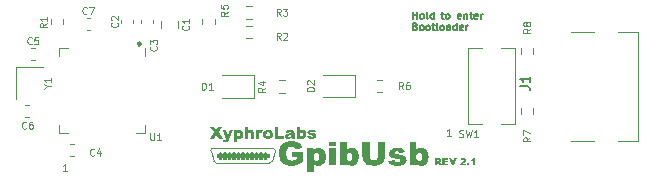
<source format=gbr>
%TF.GenerationSoftware,KiCad,Pcbnew,9.0.3*%
%TF.CreationDate,2025-08-28T21:01:50-07:00*%
%TF.ProjectId,xyp-gpib,7879702d-6770-4696-922e-6b696361645f,rev?*%
%TF.SameCoordinates,Original*%
%TF.FileFunction,Legend,Top*%
%TF.FilePolarity,Positive*%
%FSLAX46Y46*%
G04 Gerber Fmt 4.6, Leading zero omitted, Abs format (unit mm)*
G04 Created by KiCad (PCBNEW 9.0.3) date 2025-08-28 21:01:50*
%MOMM*%
%LPD*%
G01*
G04 APERTURE LIST*
%ADD10C,0.150000*%
%ADD11C,0.120000*%
%ADD12C,0.200000*%
%ADD13C,0.250000*%
%ADD14C,0.100000*%
G04 APERTURE END LIST*
D10*
X200339988Y-88190605D02*
X200466988Y-88190605D01*
X200466988Y-88698605D01*
X200339988Y-88698605D01*
X200339988Y-88190605D01*
X200720988Y-88190605D02*
X200847988Y-88190605D01*
X200847988Y-88698605D01*
X200720988Y-88698605D01*
X200720988Y-88190605D01*
D11*
X198561988Y-89079605D02*
X203006988Y-89079605D01*
X198561988Y-89079605D02*
G75*
G02*
X198334810Y-88939193I12J254005D01*
G01*
D10*
X201863988Y-88190605D02*
X201990988Y-88190605D01*
X201990988Y-88698605D01*
X201863988Y-88698605D01*
X201863988Y-88190605D01*
D11*
X198561988Y-88317605D02*
X203006988Y-88317605D01*
X203006988Y-88571605D01*
X198561988Y-88571605D01*
X198561988Y-88317605D01*
G36*
X198561988Y-88317605D02*
G01*
X203006988Y-88317605D01*
X203006988Y-88571605D01*
X198561988Y-88571605D01*
X198561988Y-88317605D01*
G37*
X203274395Y-87809605D02*
G75*
G02*
X203528395Y-88063605I5J-253995D01*
G01*
D10*
X199196988Y-88190605D02*
X199323988Y-88190605D01*
X199323988Y-88698605D01*
X199196988Y-88698605D01*
X199196988Y-88190605D01*
X201101988Y-88190605D02*
X201228988Y-88190605D01*
X201228988Y-88698605D01*
X201101988Y-88698605D01*
X201101988Y-88190605D01*
X201482988Y-88190605D02*
X201609988Y-88190605D01*
X201609988Y-88698605D01*
X201482988Y-88698605D01*
X201482988Y-88190605D01*
D12*
X192024001Y-78867000D02*
X192024001Y-78867000D01*
X192024001Y-78867000D01*
X192024001Y-78867000D01*
X192024001Y-78867000D01*
X192024001Y-78867000D01*
X192024001Y-78867001D01*
X192024001Y-78867001D01*
X192024001Y-78867001D01*
X192024001Y-78867001D01*
X192024001Y-78867001D01*
X192024001Y-78867001D01*
X192024001Y-78867001D01*
X192024000Y-78867001D01*
X192024000Y-78867001D01*
X192024000Y-78867001D01*
X192024000Y-78867001D01*
X192024000Y-78867001D01*
X192024000Y-78867001D01*
X192024000Y-78867001D01*
X192024000Y-78867001D01*
X192024000Y-78867001D01*
X192024000Y-78867001D01*
X192024000Y-78867001D01*
X192024000Y-78867001D01*
X192023999Y-78867001D01*
X192023999Y-78867001D01*
X192023999Y-78867001D01*
X192023999Y-78867001D01*
X192023999Y-78867001D01*
X192023999Y-78867001D01*
X192023999Y-78867000D01*
X192023999Y-78867000D01*
X192023999Y-78867000D01*
X192023999Y-78867000D01*
X192023999Y-78867000D01*
X192023999Y-78867000D01*
X192023999Y-78867000D02*
X192023999Y-78867000D01*
X192023999Y-78867000D01*
X192023999Y-78867000D01*
X192023999Y-78867000D01*
X192023999Y-78867000D01*
X192023999Y-78867000D01*
X192023999Y-78866999D01*
X192023999Y-78866999D01*
X192023999Y-78866999D01*
X192023999Y-78866999D01*
X192023999Y-78866999D01*
X192024000Y-78866999D01*
X192024000Y-78866999D01*
X192024000Y-78866999D01*
X192024000Y-78866999D01*
X192024000Y-78866999D01*
X192024000Y-78866999D01*
X192024000Y-78866999D01*
X192024000Y-78866999D01*
X192024000Y-78866999D01*
X192024000Y-78866999D01*
X192024000Y-78866999D01*
X192024000Y-78866999D01*
X192024001Y-78866999D01*
X192024001Y-78866999D01*
X192024001Y-78866999D01*
X192024001Y-78866999D01*
X192024001Y-78866999D01*
X192024001Y-78866999D01*
X192024001Y-78867000D01*
X192024001Y-78867000D01*
X192024001Y-78867000D01*
X192024001Y-78867000D01*
X192024001Y-78867000D01*
X192024001Y-78867000D01*
X192024001Y-78867000D01*
D10*
X199958988Y-88190605D02*
X200085988Y-88190605D01*
X200085988Y-88698605D01*
X199958988Y-88698605D01*
X199958988Y-88190605D01*
X198815988Y-88190605D02*
X198942988Y-88190605D01*
X198942988Y-88698605D01*
X198815988Y-88698605D01*
X198815988Y-88190605D01*
D11*
X203234173Y-88939197D02*
G75*
G02*
X203006988Y-89079592I-227173J113597D01*
G01*
D10*
X202244988Y-88190605D02*
X202371988Y-88190605D01*
X202371988Y-88698605D01*
X202244988Y-88698605D01*
X202244988Y-88190605D01*
D11*
X198053988Y-88063605D02*
X198334803Y-88939197D01*
D10*
X202625988Y-88190605D02*
X202752988Y-88190605D01*
X202752988Y-88698605D01*
X202625988Y-88698605D01*
X202625988Y-88190605D01*
D13*
X192151000Y-78994000D02*
G75*
G02*
X191897000Y-78994000I-127000J0D01*
G01*
X191897000Y-78994000D02*
G75*
G02*
X192151000Y-78994000I127000J0D01*
G01*
D11*
X198053988Y-88063605D02*
G75*
G02*
X198307988Y-87809588I254012J5D01*
G01*
X203234173Y-88939197D02*
X203528395Y-88063605D01*
D10*
X199577988Y-88190605D02*
X199704988Y-88190605D01*
X199704988Y-88698605D01*
X199577988Y-88698605D01*
X199577988Y-88190605D01*
D11*
X203260988Y-87809605D02*
X198307988Y-87809605D01*
D10*
G36*
X204919810Y-88544333D02*
G01*
X204919810Y-88130097D01*
X205876265Y-88130097D01*
X205876265Y-88980673D01*
X205688041Y-89098998D01*
X205527389Y-89181757D01*
X205390466Y-89235052D01*
X205248238Y-89271123D01*
X205082516Y-89294244D01*
X204889891Y-89302463D01*
X204708706Y-89293811D01*
X204553689Y-89269492D01*
X204421317Y-89231530D01*
X204308471Y-89181318D01*
X204202891Y-89113698D01*
X204110199Y-89031812D01*
X204029392Y-88934679D01*
X203960058Y-88820694D01*
X203892569Y-88656817D01*
X203850909Y-88474647D01*
X203836471Y-88270781D01*
X203845524Y-88107406D01*
X203871685Y-87959500D01*
X203913886Y-87825112D01*
X203971660Y-87702550D01*
X204046956Y-87589310D01*
X204137283Y-87491081D01*
X204243696Y-87406700D01*
X204367944Y-87335697D01*
X204507257Y-87285204D01*
X204686815Y-87251539D01*
X204915780Y-87239099D01*
X205139121Y-87247353D01*
X205300144Y-87268781D01*
X205412448Y-87299061D01*
X205517019Y-87346900D01*
X205607546Y-87408688D01*
X205685634Y-87484929D01*
X205750270Y-87573421D01*
X205804878Y-87679010D01*
X205848910Y-87804277D01*
X205251859Y-87911255D01*
X205220740Y-87839849D01*
X205179173Y-87782489D01*
X205126806Y-87737110D01*
X205065385Y-87704641D01*
X204991452Y-87684110D01*
X204902103Y-87676782D01*
X204802761Y-87686123D01*
X204717237Y-87712871D01*
X204642806Y-87756381D01*
X204577626Y-87817710D01*
X204528891Y-87890233D01*
X204491091Y-87984928D01*
X204465990Y-88107146D01*
X204456726Y-88263331D01*
X204466326Y-88430316D01*
X204492061Y-88558098D01*
X204530310Y-88654507D01*
X204578969Y-88726049D01*
X204644560Y-88785634D01*
X204721559Y-88828552D01*
X204812239Y-88855324D01*
X204919810Y-88864779D01*
X205021899Y-88857208D01*
X205117891Y-88834860D01*
X205213915Y-88796652D01*
X205333802Y-88732522D01*
X205333802Y-88544333D01*
X204919810Y-88544333D01*
G37*
G36*
X207312087Y-87795679D02*
G01*
X207412100Y-87822868D01*
X207500239Y-87866906D01*
X207578421Y-87928289D01*
X207647759Y-88008830D01*
X207715741Y-88123226D01*
X207765348Y-88251481D01*
X207796234Y-88395918D01*
X207807005Y-88559354D01*
X207794461Y-88741609D01*
X207759661Y-88890739D01*
X207705606Y-89012620D01*
X207633471Y-89111953D01*
X207540446Y-89195694D01*
X207437867Y-89254488D01*
X207323695Y-89290163D01*
X207194933Y-89302463D01*
X207070449Y-89291252D01*
X206960581Y-89258865D01*
X206860853Y-89205048D01*
X206771415Y-89129417D01*
X206771415Y-89826119D01*
X206209779Y-89826119D01*
X206209779Y-88547996D01*
X206767263Y-88547996D01*
X206776713Y-88661220D01*
X206801863Y-88744347D01*
X206839681Y-88804574D01*
X206892600Y-88851304D01*
X206952776Y-88878803D01*
X207022741Y-88888227D01*
X207083654Y-88879387D01*
X207137110Y-88853244D01*
X207185285Y-88807993D01*
X207218554Y-88750220D01*
X207241804Y-88663010D01*
X207250864Y-88535662D01*
X207241781Y-88419099D01*
X207217867Y-88335090D01*
X207182476Y-88275666D01*
X207132422Y-88228685D01*
X207077615Y-88201698D01*
X207015903Y-88192623D01*
X206948659Y-88201966D01*
X206890230Y-88229399D01*
X206838216Y-88276398D01*
X206801734Y-88336664D01*
X206776818Y-88424103D01*
X206767263Y-88547996D01*
X206209779Y-88547996D01*
X206209779Y-87817466D01*
X206730383Y-87817466D01*
X206730383Y-88031667D01*
X206840772Y-87912896D01*
X206928464Y-87849950D01*
X207011594Y-87814808D01*
X207100866Y-87793483D01*
X207197619Y-87786203D01*
X207312087Y-87795679D01*
G37*
G36*
X208093624Y-87270362D02*
G01*
X208649643Y-87270362D01*
X208649643Y-87645519D01*
X208093624Y-87645519D01*
X208093624Y-87270362D01*
G37*
G36*
X208093624Y-87817466D02*
G01*
X208649643Y-87817466D01*
X208649643Y-89271200D01*
X208093624Y-89271200D01*
X208093624Y-87817466D01*
G37*
G36*
X209569461Y-87960592D02*
G01*
X209658992Y-87883886D01*
X209758628Y-87829800D01*
X209868495Y-87797413D01*
X209992979Y-87786203D01*
X210121734Y-87798509D01*
X210235903Y-87834204D01*
X210338484Y-87893035D01*
X210431517Y-87976835D01*
X210503853Y-88076160D01*
X210557892Y-88197258D01*
X210592578Y-88344606D01*
X210605051Y-88523816D01*
X210595661Y-88680771D01*
X210568784Y-88819513D01*
X210525794Y-88942571D01*
X210464050Y-89056291D01*
X210391025Y-89145286D01*
X210306464Y-89213070D01*
X210209907Y-89262662D01*
X210106946Y-89292378D01*
X209995665Y-89302463D01*
X209899751Y-89295334D01*
X209810903Y-89274427D01*
X209727853Y-89239936D01*
X209638990Y-89175649D01*
X209528429Y-89056266D01*
X209528429Y-89271200D01*
X209007825Y-89271200D01*
X209007825Y-88540059D01*
X209565309Y-88540059D01*
X209574771Y-88663751D01*
X209599470Y-88751322D01*
X209635651Y-88811901D01*
X209687277Y-88859018D01*
X209745874Y-88886610D01*
X209813949Y-88896042D01*
X209876611Y-88886927D01*
X209931634Y-88859956D01*
X209981255Y-88813244D01*
X210015655Y-88753592D01*
X210039604Y-88664246D01*
X210048910Y-88534563D01*
X210040095Y-88420943D01*
X210016899Y-88339112D01*
X209982598Y-88281283D01*
X209934066Y-88235460D01*
X209881260Y-88209232D01*
X209822131Y-88200439D01*
X209750454Y-88210011D01*
X209689650Y-88237778D01*
X209636995Y-88284703D01*
X209599515Y-88345066D01*
X209574637Y-88427868D01*
X209565309Y-88540059D01*
X209007825Y-88540059D01*
X209007825Y-87270362D01*
X209569461Y-87270362D01*
X209569461Y-87960592D01*
G37*
G36*
X212211436Y-87270362D02*
G01*
X212829004Y-87270362D01*
X212829004Y-88460802D01*
X212814976Y-88634062D01*
X212773683Y-88795170D01*
X212729732Y-88895805D01*
X212672098Y-88987189D01*
X212600149Y-89070310D01*
X212517352Y-89143095D01*
X212434887Y-89197572D01*
X212352120Y-89235784D01*
X212230155Y-89271447D01*
X212086935Y-89294316D01*
X211919078Y-89302463D01*
X211769904Y-89297568D01*
X211599974Y-89281946D01*
X211436032Y-89250001D01*
X211311035Y-89200980D01*
X211201395Y-89128900D01*
X211098544Y-89028788D01*
X211016049Y-88912813D01*
X210966775Y-88798467D01*
X210922605Y-88612018D01*
X210909378Y-88460802D01*
X210909378Y-87270362D01*
X211526946Y-87270362D01*
X211526946Y-88486936D01*
X211537996Y-88591987D01*
X211568737Y-88675326D01*
X211617804Y-88741803D01*
X211683713Y-88791413D01*
X211766138Y-88822398D01*
X211869863Y-88833516D01*
X211972784Y-88822568D01*
X212054801Y-88792034D01*
X212120578Y-88743146D01*
X212169464Y-88677506D01*
X212200287Y-88593862D01*
X212211436Y-88486936D01*
X212211436Y-87270362D01*
G37*
G36*
X213103900Y-88872595D02*
G01*
X213655766Y-88817885D01*
X213698786Y-88903620D01*
X213751387Y-88956126D01*
X213819756Y-88986382D01*
X213915397Y-88997648D01*
X214018874Y-88984604D01*
X214088809Y-88950142D01*
X214125090Y-88909658D01*
X214136681Y-88861848D01*
X214129971Y-88825632D01*
X214109962Y-88795359D01*
X214073910Y-88769403D01*
X214010196Y-88748205D01*
X213834796Y-88712372D01*
X213567943Y-88658823D01*
X213432406Y-88619071D01*
X213361696Y-88584040D01*
X213298678Y-88535926D01*
X213242508Y-88473502D01*
X213199626Y-88402000D01*
X213174032Y-88324744D01*
X213165327Y-88239884D01*
X213174896Y-88147168D01*
X213202657Y-88065540D01*
X213248614Y-87992588D01*
X213309652Y-87930448D01*
X213385392Y-87878756D01*
X213478202Y-87837494D01*
X213577175Y-87810872D01*
X213705776Y-87792886D01*
X213870334Y-87786203D01*
X214112878Y-87798059D01*
X214253551Y-87826137D01*
X214368234Y-87877822D01*
X214459814Y-87949968D01*
X214533170Y-88044855D01*
X214597200Y-88176992D01*
X214069758Y-88223886D01*
X214041537Y-88164445D01*
X214001492Y-88125334D01*
X213930829Y-88094208D01*
X213842979Y-88083202D01*
X213756524Y-88092804D01*
X213705592Y-88116541D01*
X213672978Y-88154071D01*
X213662605Y-88197386D01*
X213675745Y-88243116D01*
X213717316Y-88277497D01*
X213788262Y-88299957D01*
X213954964Y-88326468D01*
X214213745Y-88367547D01*
X214367490Y-88413541D01*
X214452776Y-88457396D01*
X214520998Y-88510420D01*
X214574486Y-88572787D01*
X214614569Y-88644463D01*
X214638303Y-88719764D01*
X214646293Y-88800177D01*
X214638141Y-88881535D01*
X214613338Y-88962291D01*
X214570456Y-89043809D01*
X214512713Y-89114921D01*
X214434313Y-89177773D01*
X214331342Y-89232365D01*
X214220112Y-89268774D01*
X214074531Y-89293325D01*
X213886698Y-89302463D01*
X213678595Y-89293366D01*
X213521264Y-89269216D01*
X213404751Y-89234005D01*
X213320421Y-89190599D01*
X213243617Y-89128748D01*
X213182588Y-89056078D01*
X213136070Y-88971369D01*
X213103900Y-88872595D01*
G37*
G36*
X215476230Y-87960592D02*
G01*
X215565761Y-87883886D01*
X215665397Y-87829800D01*
X215775264Y-87797413D01*
X215899748Y-87786203D01*
X216028503Y-87798509D01*
X216142672Y-87834204D01*
X216245253Y-87893035D01*
X216338286Y-87976835D01*
X216410622Y-88076160D01*
X216464661Y-88197258D01*
X216499347Y-88344606D01*
X216511820Y-88523816D01*
X216502430Y-88680771D01*
X216475553Y-88819513D01*
X216432563Y-88942571D01*
X216370819Y-89056291D01*
X216297794Y-89145286D01*
X216213233Y-89213070D01*
X216116676Y-89262662D01*
X216013715Y-89292378D01*
X215902434Y-89302463D01*
X215806520Y-89295334D01*
X215717672Y-89274427D01*
X215634622Y-89239936D01*
X215545759Y-89175649D01*
X215435198Y-89056266D01*
X215435198Y-89271200D01*
X214914594Y-89271200D01*
X214914594Y-88540059D01*
X215472078Y-88540059D01*
X215481540Y-88663751D01*
X215506239Y-88751322D01*
X215542420Y-88811901D01*
X215594046Y-88859018D01*
X215652643Y-88886610D01*
X215720718Y-88896042D01*
X215783380Y-88886927D01*
X215838403Y-88859956D01*
X215888024Y-88813244D01*
X215922424Y-88753592D01*
X215946374Y-88664246D01*
X215955679Y-88534563D01*
X215946864Y-88420943D01*
X215923668Y-88339112D01*
X215889367Y-88281283D01*
X215840835Y-88235460D01*
X215788029Y-88209232D01*
X215728900Y-88200439D01*
X215657223Y-88210011D01*
X215596419Y-88237778D01*
X215543764Y-88284703D01*
X215506284Y-88345066D01*
X215481406Y-88427868D01*
X215472078Y-88540059D01*
X214914594Y-88540059D01*
X214914594Y-87270362D01*
X215476230Y-87270362D01*
X215476230Y-87960592D01*
G37*
D14*
X185892131Y-89735771D02*
X185549274Y-89735771D01*
X185720703Y-89735771D02*
X185720703Y-89135771D01*
X185720703Y-89135771D02*
X185663560Y-89221485D01*
X185663560Y-89221485D02*
X185606417Y-89278628D01*
X185606417Y-89278628D02*
X185549274Y-89307200D01*
D10*
X215194541Y-76848805D02*
X215194541Y-76248805D01*
X215194541Y-76534519D02*
X215537398Y-76534519D01*
X215537398Y-76848805D02*
X215537398Y-76248805D01*
X215908826Y-76848805D02*
X215851683Y-76820234D01*
X215851683Y-76820234D02*
X215823112Y-76791662D01*
X215823112Y-76791662D02*
X215794540Y-76734519D01*
X215794540Y-76734519D02*
X215794540Y-76563091D01*
X215794540Y-76563091D02*
X215823112Y-76505948D01*
X215823112Y-76505948D02*
X215851683Y-76477376D01*
X215851683Y-76477376D02*
X215908826Y-76448805D01*
X215908826Y-76448805D02*
X215994540Y-76448805D01*
X215994540Y-76448805D02*
X216051683Y-76477376D01*
X216051683Y-76477376D02*
X216080255Y-76505948D01*
X216080255Y-76505948D02*
X216108826Y-76563091D01*
X216108826Y-76563091D02*
X216108826Y-76734519D01*
X216108826Y-76734519D02*
X216080255Y-76791662D01*
X216080255Y-76791662D02*
X216051683Y-76820234D01*
X216051683Y-76820234D02*
X215994540Y-76848805D01*
X215994540Y-76848805D02*
X215908826Y-76848805D01*
X216451683Y-76848805D02*
X216394540Y-76820234D01*
X216394540Y-76820234D02*
X216365969Y-76763091D01*
X216365969Y-76763091D02*
X216365969Y-76248805D01*
X216937398Y-76848805D02*
X216937398Y-76248805D01*
X216937398Y-76820234D02*
X216880255Y-76848805D01*
X216880255Y-76848805D02*
X216765969Y-76848805D01*
X216765969Y-76848805D02*
X216708826Y-76820234D01*
X216708826Y-76820234D02*
X216680255Y-76791662D01*
X216680255Y-76791662D02*
X216651683Y-76734519D01*
X216651683Y-76734519D02*
X216651683Y-76563091D01*
X216651683Y-76563091D02*
X216680255Y-76505948D01*
X216680255Y-76505948D02*
X216708826Y-76477376D01*
X216708826Y-76477376D02*
X216765969Y-76448805D01*
X216765969Y-76448805D02*
X216880255Y-76448805D01*
X216880255Y-76448805D02*
X216937398Y-76477376D01*
X217594540Y-76448805D02*
X217823112Y-76448805D01*
X217680255Y-76248805D02*
X217680255Y-76763091D01*
X217680255Y-76763091D02*
X217708826Y-76820234D01*
X217708826Y-76820234D02*
X217765969Y-76848805D01*
X217765969Y-76848805D02*
X217823112Y-76848805D01*
X218108826Y-76848805D02*
X218051683Y-76820234D01*
X218051683Y-76820234D02*
X218023112Y-76791662D01*
X218023112Y-76791662D02*
X217994540Y-76734519D01*
X217994540Y-76734519D02*
X217994540Y-76563091D01*
X217994540Y-76563091D02*
X218023112Y-76505948D01*
X218023112Y-76505948D02*
X218051683Y-76477376D01*
X218051683Y-76477376D02*
X218108826Y-76448805D01*
X218108826Y-76448805D02*
X218194540Y-76448805D01*
X218194540Y-76448805D02*
X218251683Y-76477376D01*
X218251683Y-76477376D02*
X218280255Y-76505948D01*
X218280255Y-76505948D02*
X218308826Y-76563091D01*
X218308826Y-76563091D02*
X218308826Y-76734519D01*
X218308826Y-76734519D02*
X218280255Y-76791662D01*
X218280255Y-76791662D02*
X218251683Y-76820234D01*
X218251683Y-76820234D02*
X218194540Y-76848805D01*
X218194540Y-76848805D02*
X218108826Y-76848805D01*
X219251683Y-76820234D02*
X219194540Y-76848805D01*
X219194540Y-76848805D02*
X219080255Y-76848805D01*
X219080255Y-76848805D02*
X219023112Y-76820234D01*
X219023112Y-76820234D02*
X218994540Y-76763091D01*
X218994540Y-76763091D02*
X218994540Y-76534519D01*
X218994540Y-76534519D02*
X219023112Y-76477376D01*
X219023112Y-76477376D02*
X219080255Y-76448805D01*
X219080255Y-76448805D02*
X219194540Y-76448805D01*
X219194540Y-76448805D02*
X219251683Y-76477376D01*
X219251683Y-76477376D02*
X219280255Y-76534519D01*
X219280255Y-76534519D02*
X219280255Y-76591662D01*
X219280255Y-76591662D02*
X218994540Y-76648805D01*
X219537398Y-76448805D02*
X219537398Y-76848805D01*
X219537398Y-76505948D02*
X219565969Y-76477376D01*
X219565969Y-76477376D02*
X219623112Y-76448805D01*
X219623112Y-76448805D02*
X219708826Y-76448805D01*
X219708826Y-76448805D02*
X219765969Y-76477376D01*
X219765969Y-76477376D02*
X219794541Y-76534519D01*
X219794541Y-76534519D02*
X219794541Y-76848805D01*
X219994540Y-76448805D02*
X220223112Y-76448805D01*
X220080255Y-76248805D02*
X220080255Y-76763091D01*
X220080255Y-76763091D02*
X220108826Y-76820234D01*
X220108826Y-76820234D02*
X220165969Y-76848805D01*
X220165969Y-76848805D02*
X220223112Y-76848805D01*
X220651683Y-76820234D02*
X220594540Y-76848805D01*
X220594540Y-76848805D02*
X220480255Y-76848805D01*
X220480255Y-76848805D02*
X220423112Y-76820234D01*
X220423112Y-76820234D02*
X220394540Y-76763091D01*
X220394540Y-76763091D02*
X220394540Y-76534519D01*
X220394540Y-76534519D02*
X220423112Y-76477376D01*
X220423112Y-76477376D02*
X220480255Y-76448805D01*
X220480255Y-76448805D02*
X220594540Y-76448805D01*
X220594540Y-76448805D02*
X220651683Y-76477376D01*
X220651683Y-76477376D02*
X220680255Y-76534519D01*
X220680255Y-76534519D02*
X220680255Y-76591662D01*
X220680255Y-76591662D02*
X220394540Y-76648805D01*
X220937398Y-76848805D02*
X220937398Y-76448805D01*
X220937398Y-76563091D02*
X220965969Y-76505948D01*
X220965969Y-76505948D02*
X220994541Y-76477376D01*
X220994541Y-76477376D02*
X221051683Y-76448805D01*
X221051683Y-76448805D02*
X221108826Y-76448805D01*
X215394541Y-77500485D02*
X215480255Y-77529057D01*
X215480255Y-77529057D02*
X215508826Y-77557628D01*
X215508826Y-77557628D02*
X215537398Y-77614771D01*
X215537398Y-77614771D02*
X215537398Y-77700485D01*
X215537398Y-77700485D02*
X215508826Y-77757628D01*
X215508826Y-77757628D02*
X215480255Y-77786200D01*
X215480255Y-77786200D02*
X215423112Y-77814771D01*
X215423112Y-77814771D02*
X215194541Y-77814771D01*
X215194541Y-77814771D02*
X215194541Y-77214771D01*
X215194541Y-77214771D02*
X215394541Y-77214771D01*
X215394541Y-77214771D02*
X215451684Y-77243342D01*
X215451684Y-77243342D02*
X215480255Y-77271914D01*
X215480255Y-77271914D02*
X215508826Y-77329057D01*
X215508826Y-77329057D02*
X215508826Y-77386200D01*
X215508826Y-77386200D02*
X215480255Y-77443342D01*
X215480255Y-77443342D02*
X215451684Y-77471914D01*
X215451684Y-77471914D02*
X215394541Y-77500485D01*
X215394541Y-77500485D02*
X215194541Y-77500485D01*
X215880255Y-77814771D02*
X215823112Y-77786200D01*
X215823112Y-77786200D02*
X215794541Y-77757628D01*
X215794541Y-77757628D02*
X215765969Y-77700485D01*
X215765969Y-77700485D02*
X215765969Y-77529057D01*
X215765969Y-77529057D02*
X215794541Y-77471914D01*
X215794541Y-77471914D02*
X215823112Y-77443342D01*
X215823112Y-77443342D02*
X215880255Y-77414771D01*
X215880255Y-77414771D02*
X215965969Y-77414771D01*
X215965969Y-77414771D02*
X216023112Y-77443342D01*
X216023112Y-77443342D02*
X216051684Y-77471914D01*
X216051684Y-77471914D02*
X216080255Y-77529057D01*
X216080255Y-77529057D02*
X216080255Y-77700485D01*
X216080255Y-77700485D02*
X216051684Y-77757628D01*
X216051684Y-77757628D02*
X216023112Y-77786200D01*
X216023112Y-77786200D02*
X215965969Y-77814771D01*
X215965969Y-77814771D02*
X215880255Y-77814771D01*
X216423112Y-77814771D02*
X216365969Y-77786200D01*
X216365969Y-77786200D02*
X216337398Y-77757628D01*
X216337398Y-77757628D02*
X216308826Y-77700485D01*
X216308826Y-77700485D02*
X216308826Y-77529057D01*
X216308826Y-77529057D02*
X216337398Y-77471914D01*
X216337398Y-77471914D02*
X216365969Y-77443342D01*
X216365969Y-77443342D02*
X216423112Y-77414771D01*
X216423112Y-77414771D02*
X216508826Y-77414771D01*
X216508826Y-77414771D02*
X216565969Y-77443342D01*
X216565969Y-77443342D02*
X216594541Y-77471914D01*
X216594541Y-77471914D02*
X216623112Y-77529057D01*
X216623112Y-77529057D02*
X216623112Y-77700485D01*
X216623112Y-77700485D02*
X216594541Y-77757628D01*
X216594541Y-77757628D02*
X216565969Y-77786200D01*
X216565969Y-77786200D02*
X216508826Y-77814771D01*
X216508826Y-77814771D02*
X216423112Y-77814771D01*
X216794540Y-77414771D02*
X217023112Y-77414771D01*
X216880255Y-77214771D02*
X216880255Y-77729057D01*
X216880255Y-77729057D02*
X216908826Y-77786200D01*
X216908826Y-77786200D02*
X216965969Y-77814771D01*
X216965969Y-77814771D02*
X217023112Y-77814771D01*
X217308826Y-77814771D02*
X217251683Y-77786200D01*
X217251683Y-77786200D02*
X217223112Y-77729057D01*
X217223112Y-77729057D02*
X217223112Y-77214771D01*
X217623112Y-77814771D02*
X217565969Y-77786200D01*
X217565969Y-77786200D02*
X217537398Y-77757628D01*
X217537398Y-77757628D02*
X217508826Y-77700485D01*
X217508826Y-77700485D02*
X217508826Y-77529057D01*
X217508826Y-77529057D02*
X217537398Y-77471914D01*
X217537398Y-77471914D02*
X217565969Y-77443342D01*
X217565969Y-77443342D02*
X217623112Y-77414771D01*
X217623112Y-77414771D02*
X217708826Y-77414771D01*
X217708826Y-77414771D02*
X217765969Y-77443342D01*
X217765969Y-77443342D02*
X217794541Y-77471914D01*
X217794541Y-77471914D02*
X217823112Y-77529057D01*
X217823112Y-77529057D02*
X217823112Y-77700485D01*
X217823112Y-77700485D02*
X217794541Y-77757628D01*
X217794541Y-77757628D02*
X217765969Y-77786200D01*
X217765969Y-77786200D02*
X217708826Y-77814771D01*
X217708826Y-77814771D02*
X217623112Y-77814771D01*
X218337398Y-77814771D02*
X218337398Y-77500485D01*
X218337398Y-77500485D02*
X218308826Y-77443342D01*
X218308826Y-77443342D02*
X218251683Y-77414771D01*
X218251683Y-77414771D02*
X218137398Y-77414771D01*
X218137398Y-77414771D02*
X218080255Y-77443342D01*
X218337398Y-77786200D02*
X218280255Y-77814771D01*
X218280255Y-77814771D02*
X218137398Y-77814771D01*
X218137398Y-77814771D02*
X218080255Y-77786200D01*
X218080255Y-77786200D02*
X218051683Y-77729057D01*
X218051683Y-77729057D02*
X218051683Y-77671914D01*
X218051683Y-77671914D02*
X218080255Y-77614771D01*
X218080255Y-77614771D02*
X218137398Y-77586200D01*
X218137398Y-77586200D02*
X218280255Y-77586200D01*
X218280255Y-77586200D02*
X218337398Y-77557628D01*
X218880255Y-77814771D02*
X218880255Y-77214771D01*
X218880255Y-77786200D02*
X218823112Y-77814771D01*
X218823112Y-77814771D02*
X218708826Y-77814771D01*
X218708826Y-77814771D02*
X218651683Y-77786200D01*
X218651683Y-77786200D02*
X218623112Y-77757628D01*
X218623112Y-77757628D02*
X218594540Y-77700485D01*
X218594540Y-77700485D02*
X218594540Y-77529057D01*
X218594540Y-77529057D02*
X218623112Y-77471914D01*
X218623112Y-77471914D02*
X218651683Y-77443342D01*
X218651683Y-77443342D02*
X218708826Y-77414771D01*
X218708826Y-77414771D02*
X218823112Y-77414771D01*
X218823112Y-77414771D02*
X218880255Y-77443342D01*
X219394540Y-77786200D02*
X219337397Y-77814771D01*
X219337397Y-77814771D02*
X219223112Y-77814771D01*
X219223112Y-77814771D02*
X219165969Y-77786200D01*
X219165969Y-77786200D02*
X219137397Y-77729057D01*
X219137397Y-77729057D02*
X219137397Y-77500485D01*
X219137397Y-77500485D02*
X219165969Y-77443342D01*
X219165969Y-77443342D02*
X219223112Y-77414771D01*
X219223112Y-77414771D02*
X219337397Y-77414771D01*
X219337397Y-77414771D02*
X219394540Y-77443342D01*
X219394540Y-77443342D02*
X219423112Y-77500485D01*
X219423112Y-77500485D02*
X219423112Y-77557628D01*
X219423112Y-77557628D02*
X219137397Y-77614771D01*
X219680255Y-77814771D02*
X219680255Y-77414771D01*
X219680255Y-77529057D02*
X219708826Y-77471914D01*
X219708826Y-77471914D02*
X219737398Y-77443342D01*
X219737398Y-77443342D02*
X219794540Y-77414771D01*
X219794540Y-77414771D02*
X219851683Y-77414771D01*
D14*
X218378731Y-86763971D02*
X218035874Y-86763971D01*
X218207303Y-86763971D02*
X218207303Y-86163971D01*
X218207303Y-86163971D02*
X218150160Y-86249685D01*
X218150160Y-86249685D02*
X218093017Y-86306828D01*
X218093017Y-86306828D02*
X218035874Y-86335400D01*
D10*
G36*
X198026461Y-86002381D02*
G01*
X198367363Y-86002381D01*
X198544988Y-86310127D01*
X198717118Y-86002381D01*
X199054540Y-86002381D01*
X198743069Y-86486898D01*
X199083910Y-87002800D01*
X198736230Y-87002800D01*
X198538821Y-86681376D01*
X198340679Y-87002800D01*
X197995076Y-87002800D01*
X198340679Y-86481463D01*
X198026461Y-86002381D01*
G37*
G36*
X199084765Y-86275933D02*
G01*
X199378528Y-86275933D01*
X199528127Y-86759839D01*
X199666796Y-86275933D01*
X199940714Y-86275933D01*
X199653118Y-87053785D01*
X199615827Y-87141841D01*
X199582433Y-87199178D01*
X199552673Y-87233853D01*
X199515062Y-87260876D01*
X199467362Y-87281445D01*
X199407298Y-87294892D01*
X199332061Y-87299799D01*
X199263828Y-87296479D01*
X199146253Y-87283740D01*
X199124393Y-87091948D01*
X199186687Y-87106960D01*
X199258300Y-87112220D01*
X199304002Y-87105906D01*
X199337862Y-87088468D01*
X199364173Y-87058231D01*
X199389458Y-87003471D01*
X199084765Y-86275933D01*
G37*
G36*
X200572712Y-86265039D02*
G01*
X200622719Y-86278634D01*
X200666789Y-86300653D01*
X200705880Y-86331344D01*
X200740548Y-86371615D01*
X200774539Y-86428813D01*
X200799343Y-86492940D01*
X200814786Y-86565159D01*
X200820172Y-86646877D01*
X200813899Y-86738004D01*
X200796499Y-86812569D01*
X200769472Y-86873510D01*
X200733404Y-86923176D01*
X200686892Y-86965047D01*
X200635603Y-86994444D01*
X200578517Y-87012281D01*
X200514135Y-87018431D01*
X200451894Y-87012826D01*
X200396960Y-86996632D01*
X200347095Y-86969724D01*
X200302377Y-86931908D01*
X200302377Y-87280259D01*
X200021558Y-87280259D01*
X200021558Y-86641198D01*
X200300301Y-86641198D01*
X200305025Y-86697810D01*
X200317600Y-86739373D01*
X200336510Y-86769487D01*
X200362969Y-86792852D01*
X200393057Y-86806601D01*
X200428040Y-86811313D01*
X200458496Y-86806893D01*
X200485224Y-86793822D01*
X200509311Y-86771196D01*
X200525946Y-86742310D01*
X200537571Y-86698705D01*
X200542101Y-86635031D01*
X200537559Y-86576749D01*
X200525602Y-86534745D01*
X200507907Y-86505033D01*
X200482880Y-86481542D01*
X200455476Y-86468049D01*
X200424620Y-86463511D01*
X200390999Y-86468183D01*
X200361784Y-86481899D01*
X200335777Y-86505399D01*
X200317536Y-86535532D01*
X200305078Y-86579251D01*
X200300301Y-86641198D01*
X200021558Y-86641198D01*
X200021558Y-86275933D01*
X200281860Y-86275933D01*
X200281860Y-86383033D01*
X200337055Y-86323648D01*
X200380901Y-86292175D01*
X200422466Y-86274604D01*
X200467102Y-86263941D01*
X200515479Y-86260301D01*
X200572712Y-86265039D01*
G37*
G36*
X200953223Y-86002381D02*
G01*
X201231232Y-86002381D01*
X201231232Y-86370699D01*
X201289882Y-86318230D01*
X201343950Y-86285825D01*
X201403300Y-86267038D01*
X201476513Y-86260301D01*
X201532474Y-86265015D01*
X201579921Y-86278375D01*
X201620420Y-86299769D01*
X201655116Y-86329361D01*
X201681908Y-86365409D01*
X201702254Y-86411185D01*
X201715541Y-86468899D01*
X201720390Y-86541303D01*
X201720390Y-87002800D01*
X201440976Y-87002800D01*
X201440976Y-86604073D01*
X201437513Y-86559012D01*
X201428592Y-86528074D01*
X201415697Y-86507475D01*
X201397120Y-86492065D01*
X201373895Y-86482545D01*
X201344622Y-86479143D01*
X201312714Y-86483485D01*
X201285797Y-86496069D01*
X201262617Y-86517367D01*
X201246903Y-86545031D01*
X201235678Y-86588693D01*
X201231232Y-86654631D01*
X201231232Y-87002800D01*
X200953223Y-87002800D01*
X200953223Y-86002381D01*
G37*
G36*
X201888978Y-86275933D02*
G01*
X202149219Y-86275933D01*
X202149219Y-86394696D01*
X202177082Y-86344896D01*
X202202858Y-86310928D01*
X202226766Y-86289183D01*
X202254718Y-86273471D01*
X202287267Y-86263726D01*
X202325501Y-86260301D01*
X202365717Y-86264081D01*
X202410250Y-86276110D01*
X202460079Y-86297793D01*
X202373983Y-86495812D01*
X202326788Y-86479571D01*
X202296131Y-86475235D01*
X202262109Y-86480368D01*
X202234412Y-86495179D01*
X202211440Y-86520481D01*
X202190346Y-86565963D01*
X202174708Y-86641320D01*
X202168392Y-86758862D01*
X202168392Y-87002800D01*
X201888978Y-87002800D01*
X201888978Y-86275933D01*
G37*
G36*
X202998829Y-86266075D02*
G01*
X203074048Y-86282361D01*
X203138236Y-86308066D01*
X203193083Y-86342745D01*
X203239824Y-86386636D01*
X203278632Y-86439917D01*
X203306375Y-86498691D01*
X203323393Y-86564018D01*
X203329278Y-86637290D01*
X203321973Y-86719182D01*
X203300929Y-86791010D01*
X203266597Y-86854688D01*
X203218270Y-86911575D01*
X203172392Y-86948748D01*
X203119863Y-86978167D01*
X203059709Y-86999915D01*
X202990671Y-87013612D01*
X202911257Y-87018431D01*
X202824010Y-87012306D01*
X202749044Y-86994936D01*
X202684377Y-86967303D01*
X202628423Y-86929649D01*
X202580364Y-86882511D01*
X202543718Y-86830915D01*
X202517522Y-86774241D01*
X202501467Y-86711508D01*
X202495922Y-86641442D01*
X202496143Y-86639000D01*
X202774603Y-86639000D01*
X202779768Y-86703378D01*
X202793450Y-86750296D01*
X202813865Y-86783958D01*
X202842692Y-86810268D01*
X202875153Y-86825621D01*
X202912600Y-86830853D01*
X202950550Y-86825644D01*
X202982986Y-86810461D01*
X203011335Y-86784630D01*
X203031209Y-86751410D01*
X203044748Y-86703586D01*
X203049926Y-86636252D01*
X203044837Y-86573795D01*
X203031296Y-86527837D01*
X203010969Y-86494469D01*
X202982471Y-86468236D01*
X202950799Y-86453030D01*
X202914676Y-86447880D01*
X202876316Y-86453181D01*
X202843305Y-86468682D01*
X202814231Y-86495141D01*
X202793551Y-86528999D01*
X202779777Y-86575630D01*
X202774603Y-86639000D01*
X202496143Y-86639000D01*
X202503249Y-86560333D01*
X202524407Y-86488853D01*
X202559028Y-86425143D01*
X202607907Y-86367890D01*
X202654328Y-86330201D01*
X202706808Y-86300537D01*
X202766211Y-86278736D01*
X202833667Y-86265082D01*
X202910524Y-86260301D01*
X202998829Y-86266075D01*
G37*
G36*
X203481503Y-86002381D02*
G01*
X203790958Y-86002381D01*
X203790958Y-86756603D01*
X204273949Y-86756603D01*
X204273949Y-87002800D01*
X203481503Y-87002800D01*
X203481503Y-86002381D01*
G37*
G36*
X204877699Y-86264261D02*
G01*
X204959599Y-86274345D01*
X205008482Y-86287461D01*
X205050262Y-86306987D01*
X205085995Y-86332780D01*
X205116887Y-86368616D01*
X205141988Y-86419975D01*
X205157573Y-86476118D01*
X205162504Y-86527625D01*
X205162504Y-86848255D01*
X205164357Y-86896776D01*
X205168976Y-86928611D01*
X205178400Y-86959204D01*
X205197370Y-87002800D01*
X204936396Y-87002800D01*
X204915880Y-86959263D01*
X204906354Y-86912246D01*
X204850028Y-86959047D01*
X204797727Y-86988084D01*
X204747672Y-87004499D01*
X204690869Y-87014814D01*
X204626269Y-87018431D01*
X204560743Y-87014054D01*
X204507440Y-87001951D01*
X204464187Y-86983240D01*
X204429226Y-86958408D01*
X204399386Y-86926084D01*
X204378653Y-86891099D01*
X204366197Y-86852815D01*
X204361937Y-86810275D01*
X204364241Y-86788782D01*
X204640618Y-86788782D01*
X204646417Y-86818307D01*
X204663516Y-86841599D01*
X204690169Y-86856477D01*
X204730805Y-86862116D01*
X204775730Y-86856551D01*
X204817206Y-86839951D01*
X204852242Y-86814471D01*
X204873931Y-86785790D01*
X204886090Y-86750881D01*
X204890662Y-86702625D01*
X204890662Y-86658906D01*
X204771105Y-86694565D01*
X204695040Y-86719529D01*
X204663821Y-86738284D01*
X204646227Y-86762443D01*
X204640618Y-86788782D01*
X204364241Y-86788782D01*
X204367635Y-86757118D01*
X204383880Y-86712464D01*
X204410419Y-86674476D01*
X204446650Y-86645180D01*
X204503852Y-86618356D01*
X204589388Y-86595341D01*
X204792293Y-86551317D01*
X204890662Y-86518222D01*
X204884529Y-86471229D01*
X204869474Y-86445315D01*
X204843152Y-86430508D01*
X204795041Y-86424432D01*
X204731742Y-86430684D01*
X204692581Y-86446292D01*
X204669782Y-86468936D01*
X204649533Y-86510406D01*
X204383797Y-86483051D01*
X204403223Y-86418304D01*
X204427150Y-86373752D01*
X204460642Y-86337470D01*
X204508788Y-86304570D01*
X204551185Y-86286802D01*
X204613996Y-86271903D01*
X204682387Y-86263305D01*
X204758832Y-86260301D01*
X204877699Y-86264261D01*
G37*
G36*
X205624917Y-86347496D02*
G01*
X205669682Y-86309143D01*
X205719500Y-86282100D01*
X205774434Y-86265906D01*
X205836675Y-86260301D01*
X205901053Y-86266454D01*
X205958138Y-86284302D01*
X206009428Y-86313717D01*
X206055944Y-86355617D01*
X206092113Y-86405280D01*
X206119132Y-86465829D01*
X206136475Y-86539503D01*
X206142712Y-86629108D01*
X206138017Y-86707585D01*
X206124578Y-86776956D01*
X206103083Y-86838485D01*
X206072211Y-86895345D01*
X206035698Y-86939843D01*
X205993418Y-86973735D01*
X205945139Y-86998531D01*
X205893659Y-87013389D01*
X205838019Y-87018431D01*
X205790062Y-87014867D01*
X205745638Y-87004413D01*
X205704113Y-86987168D01*
X205659681Y-86955024D01*
X205604400Y-86895333D01*
X205604400Y-87002800D01*
X205344099Y-87002800D01*
X205344099Y-86637229D01*
X205622841Y-86637229D01*
X205627571Y-86699075D01*
X205639921Y-86742861D01*
X205658012Y-86773150D01*
X205683824Y-86796709D01*
X205713123Y-86810505D01*
X205747160Y-86815221D01*
X205778491Y-86810663D01*
X205806003Y-86797178D01*
X205830814Y-86773822D01*
X205848014Y-86743996D01*
X205859988Y-86699323D01*
X205864641Y-86634481D01*
X205860234Y-86577671D01*
X205848636Y-86536756D01*
X205831485Y-86507841D01*
X205807219Y-86484930D01*
X205780816Y-86471816D01*
X205751251Y-86467419D01*
X205715413Y-86472205D01*
X205685011Y-86486089D01*
X205658683Y-86509551D01*
X205639944Y-86539733D01*
X205627504Y-86581134D01*
X205622841Y-86637229D01*
X205344099Y-86637229D01*
X205344099Y-86002381D01*
X205624917Y-86002381D01*
X205624917Y-86347496D01*
G37*
G36*
X206226609Y-86803497D02*
G01*
X206502542Y-86776142D01*
X206524052Y-86819010D01*
X206550353Y-86845263D01*
X206584537Y-86860391D01*
X206632357Y-86866024D01*
X206684096Y-86859502D01*
X206719064Y-86842271D01*
X206737204Y-86822029D01*
X206743000Y-86798124D01*
X206739645Y-86780016D01*
X206729640Y-86764879D01*
X206711614Y-86751901D01*
X206679757Y-86741302D01*
X206592057Y-86723386D01*
X206458631Y-86696611D01*
X206390862Y-86676735D01*
X206355507Y-86659220D01*
X206323998Y-86635163D01*
X206295913Y-86603951D01*
X206274472Y-86568200D01*
X206261675Y-86529572D01*
X206257323Y-86487142D01*
X206262107Y-86440784D01*
X206275988Y-86399970D01*
X206298966Y-86363494D01*
X206329485Y-86332424D01*
X206367355Y-86306578D01*
X206413760Y-86285947D01*
X206463247Y-86272636D01*
X206527547Y-86263643D01*
X206609826Y-86260301D01*
X206731098Y-86266229D01*
X206801435Y-86280268D01*
X206858776Y-86306111D01*
X206904566Y-86342184D01*
X206941244Y-86389627D01*
X206973259Y-86455696D01*
X206709538Y-86479143D01*
X206695428Y-86449422D01*
X206675405Y-86429867D01*
X206640074Y-86414304D01*
X206596148Y-86408801D01*
X206552921Y-86413602D01*
X206527455Y-86425470D01*
X206511148Y-86444235D01*
X206505962Y-86465893D01*
X206512532Y-86488758D01*
X206533317Y-86505948D01*
X206568790Y-86517178D01*
X206652141Y-86530434D01*
X206781532Y-86550973D01*
X206858404Y-86573970D01*
X206901047Y-86595898D01*
X206935158Y-86622410D01*
X206961902Y-86653593D01*
X206981944Y-86689431D01*
X206993811Y-86727082D01*
X206997806Y-86767288D01*
X206993730Y-86807967D01*
X206981328Y-86848345D01*
X206959887Y-86889104D01*
X206931016Y-86924660D01*
X206891816Y-86956086D01*
X206840330Y-86983382D01*
X206784715Y-87001587D01*
X206711924Y-87013862D01*
X206618008Y-87018431D01*
X206513957Y-87013883D01*
X206435291Y-87001808D01*
X206377035Y-86984202D01*
X206334870Y-86962499D01*
X206296467Y-86931574D01*
X206265953Y-86895239D01*
X206242694Y-86852884D01*
X206226609Y-86803497D01*
G37*
G36*
X217398028Y-88656941D02*
G01*
X217440877Y-88662177D01*
X217471759Y-88669676D01*
X217500156Y-88682309D01*
X217524428Y-88700373D01*
X217545106Y-88724338D01*
X217560294Y-88752140D01*
X217569693Y-88784221D01*
X217572986Y-88821571D01*
X217570465Y-88854287D01*
X217563260Y-88882771D01*
X217551663Y-88907740D01*
X217535762Y-88930272D01*
X217516343Y-88949779D01*
X217493082Y-88966468D01*
X217466722Y-88978892D01*
X217427906Y-88990208D01*
X217458523Y-89002249D01*
X217476266Y-89012483D01*
X217487179Y-89022382D01*
X217505978Y-89044210D01*
X217532026Y-89081726D01*
X217621786Y-89255200D01*
X217411932Y-89255200D01*
X217312721Y-89071578D01*
X217293160Y-89039823D01*
X217279125Y-89025269D01*
X217257824Y-89014863D01*
X217233623Y-89011347D01*
X217217246Y-89011347D01*
X217217246Y-89255200D01*
X217030730Y-89255200D01*
X217030730Y-88898800D01*
X217217246Y-88898800D01*
X217295538Y-88898800D01*
X217344704Y-88890630D01*
X217361414Y-88884093D01*
X217374819Y-88871799D01*
X217383565Y-88855600D01*
X217386506Y-88837031D01*
X217384288Y-88818515D01*
X217378090Y-88803964D01*
X217368042Y-88792445D01*
X217354609Y-88784715D01*
X217332703Y-88779117D01*
X217298799Y-88776874D01*
X217217246Y-88776874D01*
X217217246Y-88898800D01*
X217030730Y-88898800D01*
X217030730Y-88654948D01*
X217340198Y-88654948D01*
X217398028Y-88656941D01*
G37*
G36*
X217680880Y-88654948D02*
G01*
X218178476Y-88654948D01*
X218178476Y-88783909D01*
X217866957Y-88783909D01*
X217866957Y-88880042D01*
X218155908Y-88880042D01*
X218155908Y-89001969D01*
X217866957Y-89001969D01*
X217866957Y-89119205D01*
X218187489Y-89119205D01*
X218187489Y-89255200D01*
X217680880Y-89255200D01*
X217680880Y-88654948D01*
G37*
G36*
X218227972Y-88654948D02*
G01*
X218422255Y-88654948D01*
X218557517Y-89086928D01*
X218690727Y-88654948D01*
X218879258Y-88654948D01*
X218656288Y-89255200D01*
X218455044Y-89255200D01*
X218227972Y-88654948D01*
G37*
G36*
X219681522Y-89255200D02*
G01*
X219180666Y-89255200D01*
X219190210Y-89207144D01*
X219207489Y-89160909D01*
X219232909Y-89115981D01*
X219265498Y-89075275D01*
X219318062Y-89024726D01*
X219396674Y-88962255D01*
X219462304Y-88909677D01*
X219490536Y-88879896D01*
X219506315Y-88851370D01*
X219511016Y-88826517D01*
X219508753Y-88809155D01*
X219502090Y-88793780D01*
X219490720Y-88779842D01*
X219476189Y-88769163D01*
X219459398Y-88762706D01*
X219439685Y-88760461D01*
X219419222Y-88762816D01*
X219402056Y-88769551D01*
X219387442Y-88780648D01*
X219376471Y-88795527D01*
X219367154Y-88818364D01*
X219360184Y-88851906D01*
X219192975Y-88838314D01*
X219202104Y-88791590D01*
X219214332Y-88755376D01*
X219229026Y-88727745D01*
X219248628Y-88703581D01*
X219273065Y-88683318D01*
X219302995Y-88666782D01*
X219335624Y-88655796D01*
X219378841Y-88648352D01*
X219435179Y-88645569D01*
X219494152Y-88648224D01*
X219538925Y-88655285D01*
X219572272Y-88665609D01*
X219602942Y-88681579D01*
X219628421Y-88702021D01*
X219649319Y-88727195D01*
X219664912Y-88755941D01*
X219674247Y-88786750D01*
X219677419Y-88820252D01*
X219673918Y-88855882D01*
X219663355Y-88890603D01*
X219645252Y-88924995D01*
X219621114Y-88955905D01*
X219583374Y-88992052D01*
X219528235Y-89034392D01*
X219460788Y-89082935D01*
X219420854Y-89119205D01*
X219681522Y-89119205D01*
X219681522Y-89255200D01*
G37*
G36*
X219769156Y-89088724D02*
G01*
X219947466Y-89088724D01*
X219947466Y-89255200D01*
X219769156Y-89255200D01*
X219769156Y-89088724D01*
G37*
G36*
X220410697Y-88645569D02*
G01*
X220410697Y-89255200D01*
X220241840Y-89255200D01*
X220241840Y-88856632D01*
X220200569Y-88885225D01*
X220162522Y-88906714D01*
X220121480Y-88924610D01*
X220066388Y-88943350D01*
X220066388Y-88807356D01*
X220122312Y-88786283D01*
X220165748Y-88764089D01*
X220198792Y-88741081D01*
X220227870Y-88713359D01*
X220252398Y-88681653D01*
X220272578Y-88645569D01*
X220410697Y-88645569D01*
G37*
D14*
X196168228Y-77442653D02*
X196196800Y-77471225D01*
X196196800Y-77471225D02*
X196225371Y-77556939D01*
X196225371Y-77556939D02*
X196225371Y-77614082D01*
X196225371Y-77614082D02*
X196196800Y-77699796D01*
X196196800Y-77699796D02*
X196139657Y-77756939D01*
X196139657Y-77756939D02*
X196082514Y-77785510D01*
X196082514Y-77785510D02*
X195968228Y-77814082D01*
X195968228Y-77814082D02*
X195882514Y-77814082D01*
X195882514Y-77814082D02*
X195768228Y-77785510D01*
X195768228Y-77785510D02*
X195711085Y-77756939D01*
X195711085Y-77756939D02*
X195653942Y-77699796D01*
X195653942Y-77699796D02*
X195625371Y-77614082D01*
X195625371Y-77614082D02*
X195625371Y-77556939D01*
X195625371Y-77556939D02*
X195653942Y-77471225D01*
X195653942Y-77471225D02*
X195682514Y-77442653D01*
X196225371Y-76871225D02*
X196225371Y-77214082D01*
X196225371Y-77042653D02*
X195625371Y-77042653D01*
X195625371Y-77042653D02*
X195711085Y-77099796D01*
X195711085Y-77099796D02*
X195768228Y-77156939D01*
X195768228Y-77156939D02*
X195796800Y-77214082D01*
X190168228Y-77195999D02*
X190196800Y-77224571D01*
X190196800Y-77224571D02*
X190225371Y-77310285D01*
X190225371Y-77310285D02*
X190225371Y-77367428D01*
X190225371Y-77367428D02*
X190196800Y-77453142D01*
X190196800Y-77453142D02*
X190139657Y-77510285D01*
X190139657Y-77510285D02*
X190082514Y-77538856D01*
X190082514Y-77538856D02*
X189968228Y-77567428D01*
X189968228Y-77567428D02*
X189882514Y-77567428D01*
X189882514Y-77567428D02*
X189768228Y-77538856D01*
X189768228Y-77538856D02*
X189711085Y-77510285D01*
X189711085Y-77510285D02*
X189653942Y-77453142D01*
X189653942Y-77453142D02*
X189625371Y-77367428D01*
X189625371Y-77367428D02*
X189625371Y-77310285D01*
X189625371Y-77310285D02*
X189653942Y-77224571D01*
X189653942Y-77224571D02*
X189682514Y-77195999D01*
X189682514Y-76967428D02*
X189653942Y-76938856D01*
X189653942Y-76938856D02*
X189625371Y-76881714D01*
X189625371Y-76881714D02*
X189625371Y-76738856D01*
X189625371Y-76738856D02*
X189653942Y-76681714D01*
X189653942Y-76681714D02*
X189682514Y-76653142D01*
X189682514Y-76653142D02*
X189739657Y-76624571D01*
X189739657Y-76624571D02*
X189796800Y-76624571D01*
X189796800Y-76624571D02*
X189882514Y-76653142D01*
X189882514Y-76653142D02*
X190225371Y-76995999D01*
X190225371Y-76995999D02*
X190225371Y-76624571D01*
X187553000Y-76411228D02*
X187524428Y-76439800D01*
X187524428Y-76439800D02*
X187438714Y-76468371D01*
X187438714Y-76468371D02*
X187381571Y-76468371D01*
X187381571Y-76468371D02*
X187295857Y-76439800D01*
X187295857Y-76439800D02*
X187238714Y-76382657D01*
X187238714Y-76382657D02*
X187210143Y-76325514D01*
X187210143Y-76325514D02*
X187181571Y-76211228D01*
X187181571Y-76211228D02*
X187181571Y-76125514D01*
X187181571Y-76125514D02*
X187210143Y-76011228D01*
X187210143Y-76011228D02*
X187238714Y-75954085D01*
X187238714Y-75954085D02*
X187295857Y-75896942D01*
X187295857Y-75896942D02*
X187381571Y-75868371D01*
X187381571Y-75868371D02*
X187438714Y-75868371D01*
X187438714Y-75868371D02*
X187524428Y-75896942D01*
X187524428Y-75896942D02*
X187553000Y-75925514D01*
X187753000Y-75868371D02*
X188153000Y-75868371D01*
X188153000Y-75868371D02*
X187895857Y-76468371D01*
X197310143Y-82868371D02*
X197310143Y-82268371D01*
X197310143Y-82268371D02*
X197453000Y-82268371D01*
X197453000Y-82268371D02*
X197538714Y-82296942D01*
X197538714Y-82296942D02*
X197595857Y-82354085D01*
X197595857Y-82354085D02*
X197624428Y-82411228D01*
X197624428Y-82411228D02*
X197653000Y-82525514D01*
X197653000Y-82525514D02*
X197653000Y-82611228D01*
X197653000Y-82611228D02*
X197624428Y-82725514D01*
X197624428Y-82725514D02*
X197595857Y-82782657D01*
X197595857Y-82782657D02*
X197538714Y-82839800D01*
X197538714Y-82839800D02*
X197453000Y-82868371D01*
X197453000Y-82868371D02*
X197310143Y-82868371D01*
X198224428Y-82868371D02*
X197881571Y-82868371D01*
X198053000Y-82868371D02*
X198053000Y-82268371D01*
X198053000Y-82268371D02*
X197995857Y-82354085D01*
X197995857Y-82354085D02*
X197938714Y-82411228D01*
X197938714Y-82411228D02*
X197881571Y-82439800D01*
X184175371Y-77245999D02*
X183889657Y-77445999D01*
X184175371Y-77588856D02*
X183575371Y-77588856D01*
X183575371Y-77588856D02*
X183575371Y-77360285D01*
X183575371Y-77360285D02*
X183603942Y-77303142D01*
X183603942Y-77303142D02*
X183632514Y-77274571D01*
X183632514Y-77274571D02*
X183689657Y-77245999D01*
X183689657Y-77245999D02*
X183775371Y-77245999D01*
X183775371Y-77245999D02*
X183832514Y-77274571D01*
X183832514Y-77274571D02*
X183861085Y-77303142D01*
X183861085Y-77303142D02*
X183889657Y-77360285D01*
X183889657Y-77360285D02*
X183889657Y-77588856D01*
X184175371Y-76674571D02*
X184175371Y-77017428D01*
X184175371Y-76845999D02*
X183575371Y-76845999D01*
X183575371Y-76845999D02*
X183661085Y-76903142D01*
X183661085Y-76903142D02*
X183718228Y-76960285D01*
X183718228Y-76960285D02*
X183746800Y-77017428D01*
X203989000Y-78631371D02*
X203789000Y-78345657D01*
X203646143Y-78631371D02*
X203646143Y-78031371D01*
X203646143Y-78031371D02*
X203874714Y-78031371D01*
X203874714Y-78031371D02*
X203931857Y-78059942D01*
X203931857Y-78059942D02*
X203960428Y-78088514D01*
X203960428Y-78088514D02*
X203989000Y-78145657D01*
X203989000Y-78145657D02*
X203989000Y-78231371D01*
X203989000Y-78231371D02*
X203960428Y-78288514D01*
X203960428Y-78288514D02*
X203931857Y-78317085D01*
X203931857Y-78317085D02*
X203874714Y-78345657D01*
X203874714Y-78345657D02*
X203646143Y-78345657D01*
X204217571Y-78088514D02*
X204246143Y-78059942D01*
X204246143Y-78059942D02*
X204303286Y-78031371D01*
X204303286Y-78031371D02*
X204446143Y-78031371D01*
X204446143Y-78031371D02*
X204503286Y-78059942D01*
X204503286Y-78059942D02*
X204531857Y-78088514D01*
X204531857Y-78088514D02*
X204560428Y-78145657D01*
X204560428Y-78145657D02*
X204560428Y-78202800D01*
X204560428Y-78202800D02*
X204531857Y-78288514D01*
X204531857Y-78288514D02*
X204189000Y-78631371D01*
X204189000Y-78631371D02*
X204560428Y-78631371D01*
X203989000Y-76599371D02*
X203789000Y-76313657D01*
X203646143Y-76599371D02*
X203646143Y-75999371D01*
X203646143Y-75999371D02*
X203874714Y-75999371D01*
X203874714Y-75999371D02*
X203931857Y-76027942D01*
X203931857Y-76027942D02*
X203960428Y-76056514D01*
X203960428Y-76056514D02*
X203989000Y-76113657D01*
X203989000Y-76113657D02*
X203989000Y-76199371D01*
X203989000Y-76199371D02*
X203960428Y-76256514D01*
X203960428Y-76256514D02*
X203931857Y-76285085D01*
X203931857Y-76285085D02*
X203874714Y-76313657D01*
X203874714Y-76313657D02*
X203646143Y-76313657D01*
X204189000Y-75999371D02*
X204560428Y-75999371D01*
X204560428Y-75999371D02*
X204360428Y-76227942D01*
X204360428Y-76227942D02*
X204446143Y-76227942D01*
X204446143Y-76227942D02*
X204503286Y-76256514D01*
X204503286Y-76256514D02*
X204531857Y-76285085D01*
X204531857Y-76285085D02*
X204560428Y-76342228D01*
X204560428Y-76342228D02*
X204560428Y-76485085D01*
X204560428Y-76485085D02*
X204531857Y-76542228D01*
X204531857Y-76542228D02*
X204503286Y-76570800D01*
X204503286Y-76570800D02*
X204446143Y-76599371D01*
X204446143Y-76599371D02*
X204274714Y-76599371D01*
X204274714Y-76599371D02*
X204217571Y-76570800D01*
X204217571Y-76570800D02*
X204189000Y-76542228D01*
X202659571Y-82700799D02*
X202373857Y-82900799D01*
X202659571Y-83043656D02*
X202059571Y-83043656D01*
X202059571Y-83043656D02*
X202059571Y-82815085D01*
X202059571Y-82815085D02*
X202088142Y-82757942D01*
X202088142Y-82757942D02*
X202116714Y-82729371D01*
X202116714Y-82729371D02*
X202173857Y-82700799D01*
X202173857Y-82700799D02*
X202259571Y-82700799D01*
X202259571Y-82700799D02*
X202316714Y-82729371D01*
X202316714Y-82729371D02*
X202345285Y-82757942D01*
X202345285Y-82757942D02*
X202373857Y-82815085D01*
X202373857Y-82815085D02*
X202373857Y-83043656D01*
X202259571Y-82186514D02*
X202659571Y-82186514D01*
X202031000Y-82329371D02*
X202459571Y-82472228D01*
X202459571Y-82472228D02*
X202459571Y-82100799D01*
X199509971Y-76249199D02*
X199224257Y-76449199D01*
X199509971Y-76592056D02*
X198909971Y-76592056D01*
X198909971Y-76592056D02*
X198909971Y-76363485D01*
X198909971Y-76363485D02*
X198938542Y-76306342D01*
X198938542Y-76306342D02*
X198967114Y-76277771D01*
X198967114Y-76277771D02*
X199024257Y-76249199D01*
X199024257Y-76249199D02*
X199109971Y-76249199D01*
X199109971Y-76249199D02*
X199167114Y-76277771D01*
X199167114Y-76277771D02*
X199195685Y-76306342D01*
X199195685Y-76306342D02*
X199224257Y-76363485D01*
X199224257Y-76363485D02*
X199224257Y-76592056D01*
X198909971Y-75706342D02*
X198909971Y-75992056D01*
X198909971Y-75992056D02*
X199195685Y-76020628D01*
X199195685Y-76020628D02*
X199167114Y-75992056D01*
X199167114Y-75992056D02*
X199138542Y-75934914D01*
X199138542Y-75934914D02*
X199138542Y-75792056D01*
X199138542Y-75792056D02*
X199167114Y-75734914D01*
X199167114Y-75734914D02*
X199195685Y-75706342D01*
X199195685Y-75706342D02*
X199252828Y-75677771D01*
X199252828Y-75677771D02*
X199395685Y-75677771D01*
X199395685Y-75677771D02*
X199452828Y-75706342D01*
X199452828Y-75706342D02*
X199481400Y-75734914D01*
X199481400Y-75734914D02*
X199509971Y-75792056D01*
X199509971Y-75792056D02*
X199509971Y-75934914D01*
X199509971Y-75934914D02*
X199481400Y-75992056D01*
X199481400Y-75992056D02*
X199452828Y-76020628D01*
X192938457Y-86540371D02*
X192938457Y-87026085D01*
X192938457Y-87026085D02*
X192967028Y-87083228D01*
X192967028Y-87083228D02*
X192995600Y-87111800D01*
X192995600Y-87111800D02*
X193052742Y-87140371D01*
X193052742Y-87140371D02*
X193167028Y-87140371D01*
X193167028Y-87140371D02*
X193224171Y-87111800D01*
X193224171Y-87111800D02*
X193252742Y-87083228D01*
X193252742Y-87083228D02*
X193281314Y-87026085D01*
X193281314Y-87026085D02*
X193281314Y-86540371D01*
X193881313Y-87140371D02*
X193538456Y-87140371D01*
X193709885Y-87140371D02*
X193709885Y-86540371D01*
X193709885Y-86540371D02*
X193652742Y-86626085D01*
X193652742Y-86626085D02*
X193595599Y-86683228D01*
X193595599Y-86683228D02*
X193538456Y-86711800D01*
X182903000Y-78961228D02*
X182874428Y-78989800D01*
X182874428Y-78989800D02*
X182788714Y-79018371D01*
X182788714Y-79018371D02*
X182731571Y-79018371D01*
X182731571Y-79018371D02*
X182645857Y-78989800D01*
X182645857Y-78989800D02*
X182588714Y-78932657D01*
X182588714Y-78932657D02*
X182560143Y-78875514D01*
X182560143Y-78875514D02*
X182531571Y-78761228D01*
X182531571Y-78761228D02*
X182531571Y-78675514D01*
X182531571Y-78675514D02*
X182560143Y-78561228D01*
X182560143Y-78561228D02*
X182588714Y-78504085D01*
X182588714Y-78504085D02*
X182645857Y-78446942D01*
X182645857Y-78446942D02*
X182731571Y-78418371D01*
X182731571Y-78418371D02*
X182788714Y-78418371D01*
X182788714Y-78418371D02*
X182874428Y-78446942D01*
X182874428Y-78446942D02*
X182903000Y-78475514D01*
X183445857Y-78418371D02*
X183160143Y-78418371D01*
X183160143Y-78418371D02*
X183131571Y-78704085D01*
X183131571Y-78704085D02*
X183160143Y-78675514D01*
X183160143Y-78675514D02*
X183217286Y-78646942D01*
X183217286Y-78646942D02*
X183360143Y-78646942D01*
X183360143Y-78646942D02*
X183417286Y-78675514D01*
X183417286Y-78675514D02*
X183445857Y-78704085D01*
X183445857Y-78704085D02*
X183474428Y-78761228D01*
X183474428Y-78761228D02*
X183474428Y-78904085D01*
X183474428Y-78904085D02*
X183445857Y-78961228D01*
X183445857Y-78961228D02*
X183417286Y-78989800D01*
X183417286Y-78989800D02*
X183360143Y-79018371D01*
X183360143Y-79018371D02*
X183217286Y-79018371D01*
X183217286Y-79018371D02*
X183160143Y-78989800D01*
X183160143Y-78989800D02*
X183131571Y-78961228D01*
X182453000Y-86111228D02*
X182424428Y-86139800D01*
X182424428Y-86139800D02*
X182338714Y-86168371D01*
X182338714Y-86168371D02*
X182281571Y-86168371D01*
X182281571Y-86168371D02*
X182195857Y-86139800D01*
X182195857Y-86139800D02*
X182138714Y-86082657D01*
X182138714Y-86082657D02*
X182110143Y-86025514D01*
X182110143Y-86025514D02*
X182081571Y-85911228D01*
X182081571Y-85911228D02*
X182081571Y-85825514D01*
X182081571Y-85825514D02*
X182110143Y-85711228D01*
X182110143Y-85711228D02*
X182138714Y-85654085D01*
X182138714Y-85654085D02*
X182195857Y-85596942D01*
X182195857Y-85596942D02*
X182281571Y-85568371D01*
X182281571Y-85568371D02*
X182338714Y-85568371D01*
X182338714Y-85568371D02*
X182424428Y-85596942D01*
X182424428Y-85596942D02*
X182453000Y-85625514D01*
X182967286Y-85568371D02*
X182853000Y-85568371D01*
X182853000Y-85568371D02*
X182795857Y-85596942D01*
X182795857Y-85596942D02*
X182767286Y-85625514D01*
X182767286Y-85625514D02*
X182710143Y-85711228D01*
X182710143Y-85711228D02*
X182681571Y-85825514D01*
X182681571Y-85825514D02*
X182681571Y-86054085D01*
X182681571Y-86054085D02*
X182710143Y-86111228D01*
X182710143Y-86111228D02*
X182738714Y-86139800D01*
X182738714Y-86139800D02*
X182795857Y-86168371D01*
X182795857Y-86168371D02*
X182910143Y-86168371D01*
X182910143Y-86168371D02*
X182967286Y-86139800D01*
X182967286Y-86139800D02*
X182995857Y-86111228D01*
X182995857Y-86111228D02*
X183024428Y-86054085D01*
X183024428Y-86054085D02*
X183024428Y-85911228D01*
X183024428Y-85911228D02*
X182995857Y-85854085D01*
X182995857Y-85854085D02*
X182967286Y-85825514D01*
X182967286Y-85825514D02*
X182910143Y-85796942D01*
X182910143Y-85796942D02*
X182795857Y-85796942D01*
X182795857Y-85796942D02*
X182738714Y-85825514D01*
X182738714Y-85825514D02*
X182710143Y-85854085D01*
X182710143Y-85854085D02*
X182681571Y-85911228D01*
X184239657Y-82581714D02*
X184525371Y-82581714D01*
X183925371Y-82781714D02*
X184239657Y-82581714D01*
X184239657Y-82581714D02*
X183925371Y-82381714D01*
X184525371Y-81867428D02*
X184525371Y-82210285D01*
X184525371Y-82038856D02*
X183925371Y-82038856D01*
X183925371Y-82038856D02*
X184011085Y-82095999D01*
X184011085Y-82095999D02*
X184068228Y-82153142D01*
X184068228Y-82153142D02*
X184096800Y-82210285D01*
X193468228Y-79195999D02*
X193496800Y-79224571D01*
X193496800Y-79224571D02*
X193525371Y-79310285D01*
X193525371Y-79310285D02*
X193525371Y-79367428D01*
X193525371Y-79367428D02*
X193496800Y-79453142D01*
X193496800Y-79453142D02*
X193439657Y-79510285D01*
X193439657Y-79510285D02*
X193382514Y-79538856D01*
X193382514Y-79538856D02*
X193268228Y-79567428D01*
X193268228Y-79567428D02*
X193182514Y-79567428D01*
X193182514Y-79567428D02*
X193068228Y-79538856D01*
X193068228Y-79538856D02*
X193011085Y-79510285D01*
X193011085Y-79510285D02*
X192953942Y-79453142D01*
X192953942Y-79453142D02*
X192925371Y-79367428D01*
X192925371Y-79367428D02*
X192925371Y-79310285D01*
X192925371Y-79310285D02*
X192953942Y-79224571D01*
X192953942Y-79224571D02*
X192982514Y-79195999D01*
X192925371Y-78995999D02*
X192925371Y-78624571D01*
X192925371Y-78624571D02*
X193153942Y-78824571D01*
X193153942Y-78824571D02*
X193153942Y-78738856D01*
X193153942Y-78738856D02*
X193182514Y-78681714D01*
X193182514Y-78681714D02*
X193211085Y-78653142D01*
X193211085Y-78653142D02*
X193268228Y-78624571D01*
X193268228Y-78624571D02*
X193411085Y-78624571D01*
X193411085Y-78624571D02*
X193468228Y-78653142D01*
X193468228Y-78653142D02*
X193496800Y-78681714D01*
X193496800Y-78681714D02*
X193525371Y-78738856D01*
X193525371Y-78738856D02*
X193525371Y-78910285D01*
X193525371Y-78910285D02*
X193496800Y-78967428D01*
X193496800Y-78967428D02*
X193468228Y-78995999D01*
X188215600Y-88404028D02*
X188187028Y-88432600D01*
X188187028Y-88432600D02*
X188101314Y-88461171D01*
X188101314Y-88461171D02*
X188044171Y-88461171D01*
X188044171Y-88461171D02*
X187958457Y-88432600D01*
X187958457Y-88432600D02*
X187901314Y-88375457D01*
X187901314Y-88375457D02*
X187872743Y-88318314D01*
X187872743Y-88318314D02*
X187844171Y-88204028D01*
X187844171Y-88204028D02*
X187844171Y-88118314D01*
X187844171Y-88118314D02*
X187872743Y-88004028D01*
X187872743Y-88004028D02*
X187901314Y-87946885D01*
X187901314Y-87946885D02*
X187958457Y-87889742D01*
X187958457Y-87889742D02*
X188044171Y-87861171D01*
X188044171Y-87861171D02*
X188101314Y-87861171D01*
X188101314Y-87861171D02*
X188187028Y-87889742D01*
X188187028Y-87889742D02*
X188215600Y-87918314D01*
X188729886Y-88061171D02*
X188729886Y-88461171D01*
X188587028Y-87832600D02*
X188444171Y-88261171D01*
X188444171Y-88261171D02*
X188815600Y-88261171D01*
D10*
X224288495Y-82562666D02*
X224859923Y-82562666D01*
X224859923Y-82562666D02*
X224974209Y-82600761D01*
X224974209Y-82600761D02*
X225050400Y-82676952D01*
X225050400Y-82676952D02*
X225088495Y-82791237D01*
X225088495Y-82791237D02*
X225088495Y-82867428D01*
X225088495Y-81762666D02*
X225088495Y-82219809D01*
X225088495Y-81991237D02*
X224288495Y-81991237D01*
X224288495Y-81991237D02*
X224402780Y-82067428D01*
X224402780Y-82067428D02*
X224478971Y-82143618D01*
X224478971Y-82143618D02*
X224517066Y-82219809D01*
D14*
X214353000Y-82818371D02*
X214153000Y-82532657D01*
X214010143Y-82818371D02*
X214010143Y-82218371D01*
X214010143Y-82218371D02*
X214238714Y-82218371D01*
X214238714Y-82218371D02*
X214295857Y-82246942D01*
X214295857Y-82246942D02*
X214324428Y-82275514D01*
X214324428Y-82275514D02*
X214353000Y-82332657D01*
X214353000Y-82332657D02*
X214353000Y-82418371D01*
X214353000Y-82418371D02*
X214324428Y-82475514D01*
X214324428Y-82475514D02*
X214295857Y-82504085D01*
X214295857Y-82504085D02*
X214238714Y-82532657D01*
X214238714Y-82532657D02*
X214010143Y-82532657D01*
X214867286Y-82218371D02*
X214753000Y-82218371D01*
X214753000Y-82218371D02*
X214695857Y-82246942D01*
X214695857Y-82246942D02*
X214667286Y-82275514D01*
X214667286Y-82275514D02*
X214610143Y-82361228D01*
X214610143Y-82361228D02*
X214581571Y-82475514D01*
X214581571Y-82475514D02*
X214581571Y-82704085D01*
X214581571Y-82704085D02*
X214610143Y-82761228D01*
X214610143Y-82761228D02*
X214638714Y-82789800D01*
X214638714Y-82789800D02*
X214695857Y-82818371D01*
X214695857Y-82818371D02*
X214810143Y-82818371D01*
X214810143Y-82818371D02*
X214867286Y-82789800D01*
X214867286Y-82789800D02*
X214895857Y-82761228D01*
X214895857Y-82761228D02*
X214924428Y-82704085D01*
X214924428Y-82704085D02*
X214924428Y-82561228D01*
X214924428Y-82561228D02*
X214895857Y-82504085D01*
X214895857Y-82504085D02*
X214867286Y-82475514D01*
X214867286Y-82475514D02*
X214810143Y-82446942D01*
X214810143Y-82446942D02*
X214695857Y-82446942D01*
X214695857Y-82446942D02*
X214638714Y-82475514D01*
X214638714Y-82475514D02*
X214610143Y-82504085D01*
X214610143Y-82504085D02*
X214581571Y-82561228D01*
X206825371Y-82988856D02*
X206225371Y-82988856D01*
X206225371Y-82988856D02*
X206225371Y-82845999D01*
X206225371Y-82845999D02*
X206253942Y-82760285D01*
X206253942Y-82760285D02*
X206311085Y-82703142D01*
X206311085Y-82703142D02*
X206368228Y-82674571D01*
X206368228Y-82674571D02*
X206482514Y-82645999D01*
X206482514Y-82645999D02*
X206568228Y-82645999D01*
X206568228Y-82645999D02*
X206682514Y-82674571D01*
X206682514Y-82674571D02*
X206739657Y-82703142D01*
X206739657Y-82703142D02*
X206796800Y-82760285D01*
X206796800Y-82760285D02*
X206825371Y-82845999D01*
X206825371Y-82845999D02*
X206825371Y-82988856D01*
X206282514Y-82417428D02*
X206253942Y-82388856D01*
X206253942Y-82388856D02*
X206225371Y-82331714D01*
X206225371Y-82331714D02*
X206225371Y-82188856D01*
X206225371Y-82188856D02*
X206253942Y-82131714D01*
X206253942Y-82131714D02*
X206282514Y-82103142D01*
X206282514Y-82103142D02*
X206339657Y-82074571D01*
X206339657Y-82074571D02*
X206396800Y-82074571D01*
X206396800Y-82074571D02*
X206482514Y-82103142D01*
X206482514Y-82103142D02*
X206825371Y-82445999D01*
X206825371Y-82445999D02*
X206825371Y-82074571D01*
X219102999Y-86839800D02*
X219188714Y-86868371D01*
X219188714Y-86868371D02*
X219331571Y-86868371D01*
X219331571Y-86868371D02*
X219388714Y-86839800D01*
X219388714Y-86839800D02*
X219417285Y-86811228D01*
X219417285Y-86811228D02*
X219445856Y-86754085D01*
X219445856Y-86754085D02*
X219445856Y-86696942D01*
X219445856Y-86696942D02*
X219417285Y-86639800D01*
X219417285Y-86639800D02*
X219388714Y-86611228D01*
X219388714Y-86611228D02*
X219331571Y-86582657D01*
X219331571Y-86582657D02*
X219217285Y-86554085D01*
X219217285Y-86554085D02*
X219160142Y-86525514D01*
X219160142Y-86525514D02*
X219131571Y-86496942D01*
X219131571Y-86496942D02*
X219102999Y-86439800D01*
X219102999Y-86439800D02*
X219102999Y-86382657D01*
X219102999Y-86382657D02*
X219131571Y-86325514D01*
X219131571Y-86325514D02*
X219160142Y-86296942D01*
X219160142Y-86296942D02*
X219217285Y-86268371D01*
X219217285Y-86268371D02*
X219360142Y-86268371D01*
X219360142Y-86268371D02*
X219445856Y-86296942D01*
X219645857Y-86268371D02*
X219788714Y-86868371D01*
X219788714Y-86868371D02*
X219903000Y-86439800D01*
X219903000Y-86439800D02*
X220017285Y-86868371D01*
X220017285Y-86868371D02*
X220160143Y-86268371D01*
X220702999Y-86868371D02*
X220360142Y-86868371D01*
X220531571Y-86868371D02*
X220531571Y-86268371D01*
X220531571Y-86268371D02*
X220474428Y-86354085D01*
X220474428Y-86354085D02*
X220417285Y-86411228D01*
X220417285Y-86411228D02*
X220360142Y-86439800D01*
X225125371Y-86895999D02*
X224839657Y-87095999D01*
X225125371Y-87238856D02*
X224525371Y-87238856D01*
X224525371Y-87238856D02*
X224525371Y-87010285D01*
X224525371Y-87010285D02*
X224553942Y-86953142D01*
X224553942Y-86953142D02*
X224582514Y-86924571D01*
X224582514Y-86924571D02*
X224639657Y-86895999D01*
X224639657Y-86895999D02*
X224725371Y-86895999D01*
X224725371Y-86895999D02*
X224782514Y-86924571D01*
X224782514Y-86924571D02*
X224811085Y-86953142D01*
X224811085Y-86953142D02*
X224839657Y-87010285D01*
X224839657Y-87010285D02*
X224839657Y-87238856D01*
X224525371Y-86695999D02*
X224525371Y-86295999D01*
X224525371Y-86295999D02*
X225125371Y-86553142D01*
X225125371Y-77695999D02*
X224839657Y-77895999D01*
X225125371Y-78038856D02*
X224525371Y-78038856D01*
X224525371Y-78038856D02*
X224525371Y-77810285D01*
X224525371Y-77810285D02*
X224553942Y-77753142D01*
X224553942Y-77753142D02*
X224582514Y-77724571D01*
X224582514Y-77724571D02*
X224639657Y-77695999D01*
X224639657Y-77695999D02*
X224725371Y-77695999D01*
X224725371Y-77695999D02*
X224782514Y-77724571D01*
X224782514Y-77724571D02*
X224811085Y-77753142D01*
X224811085Y-77753142D02*
X224839657Y-77810285D01*
X224839657Y-77810285D02*
X224839657Y-78038856D01*
X224782514Y-77353142D02*
X224753942Y-77410285D01*
X224753942Y-77410285D02*
X224725371Y-77438856D01*
X224725371Y-77438856D02*
X224668228Y-77467428D01*
X224668228Y-77467428D02*
X224639657Y-77467428D01*
X224639657Y-77467428D02*
X224582514Y-77438856D01*
X224582514Y-77438856D02*
X224553942Y-77410285D01*
X224553942Y-77410285D02*
X224525371Y-77353142D01*
X224525371Y-77353142D02*
X224525371Y-77238856D01*
X224525371Y-77238856D02*
X224553942Y-77181714D01*
X224553942Y-77181714D02*
X224582514Y-77153142D01*
X224582514Y-77153142D02*
X224639657Y-77124571D01*
X224639657Y-77124571D02*
X224668228Y-77124571D01*
X224668228Y-77124571D02*
X224725371Y-77153142D01*
X224725371Y-77153142D02*
X224753942Y-77181714D01*
X224753942Y-77181714D02*
X224782514Y-77238856D01*
X224782514Y-77238856D02*
X224782514Y-77353142D01*
X224782514Y-77353142D02*
X224811085Y-77410285D01*
X224811085Y-77410285D02*
X224839657Y-77438856D01*
X224839657Y-77438856D02*
X224896800Y-77467428D01*
X224896800Y-77467428D02*
X225011085Y-77467428D01*
X225011085Y-77467428D02*
X225068228Y-77438856D01*
X225068228Y-77438856D02*
X225096800Y-77410285D01*
X225096800Y-77410285D02*
X225125371Y-77353142D01*
X225125371Y-77353142D02*
X225125371Y-77238856D01*
X225125371Y-77238856D02*
X225096800Y-77181714D01*
X225096800Y-77181714D02*
X225068228Y-77153142D01*
X225068228Y-77153142D02*
X225011085Y-77124571D01*
X225011085Y-77124571D02*
X224896800Y-77124571D01*
X224896800Y-77124571D02*
X224839657Y-77153142D01*
X224839657Y-77153142D02*
X224811085Y-77181714D01*
X224811085Y-77181714D02*
X224782514Y-77238856D01*
D11*
%TO.C,C1*%
X193829000Y-77604252D02*
X193829000Y-77081748D01*
X195299000Y-77604252D02*
X195299000Y-77081748D01*
%TO.C,C2*%
X190498000Y-77229580D02*
X190498000Y-76948420D01*
X191518000Y-77229580D02*
X191518000Y-76948420D01*
%TO.C,C7*%
X187846580Y-76833000D02*
X187565420Y-76833000D01*
X187846580Y-77853000D02*
X187565420Y-77853000D01*
%TO.C,D1*%
X199050400Y-83560800D02*
X201735400Y-83560800D01*
X201735400Y-81640800D02*
X199050400Y-81640800D01*
X201735400Y-83560800D02*
X201735400Y-81640800D01*
%TO.C,R1*%
X184516500Y-76851742D02*
X184516500Y-77326258D01*
X185561500Y-76851742D02*
X185561500Y-77326258D01*
%TO.C,R2*%
X201057742Y-77455500D02*
X201532258Y-77455500D01*
X201057742Y-78500500D02*
X201532258Y-78500500D01*
%TO.C,R3*%
X201057742Y-75804500D02*
X201532258Y-75804500D01*
X201057742Y-76849500D02*
X201532258Y-76849500D01*
%TO.C,R4*%
X203877142Y-82078300D02*
X204351658Y-82078300D01*
X203877142Y-83123300D02*
X204351658Y-83123300D01*
%TO.C,R5*%
X197343500Y-77326258D02*
X197343500Y-76851742D01*
X198388500Y-77326258D02*
X198388500Y-76851742D01*
%TO.C,U1*%
X185239000Y-79321000D02*
X185964000Y-79321000D01*
X185239000Y-80046000D02*
X185239000Y-79321000D01*
X185239000Y-85816000D02*
X185239000Y-86541000D01*
X185239000Y-86541000D02*
X185964000Y-86541000D01*
X192459000Y-80046000D02*
X192459000Y-79321000D01*
X192459000Y-85816000D02*
X192459000Y-86541000D01*
X192459000Y-86541000D02*
X191734000Y-86541000D01*
%TO.C,C5*%
X182866420Y-79373000D02*
X183147580Y-79373000D01*
X182866420Y-80393000D02*
X183147580Y-80393000D01*
%TO.C,C6*%
X182639580Y-84199000D02*
X182358420Y-84199000D01*
X182639580Y-85219000D02*
X182358420Y-85219000D01*
%TO.C,Y1*%
X181603000Y-80946000D02*
X181603000Y-83646000D01*
X183903000Y-80946000D02*
X181603000Y-80946000D01*
%TO.C,C3*%
X192149000Y-77229580D02*
X192149000Y-76948420D01*
X193169000Y-77229580D02*
X193169000Y-76948420D01*
%TO.C,C4*%
X186449580Y-87501000D02*
X186168420Y-87501000D01*
X186449580Y-88521000D02*
X186168420Y-88521000D01*
%TO.C,J1*%
X228591200Y-87176800D02*
X230511200Y-87176800D01*
X230511200Y-78016800D02*
X228591200Y-78016800D01*
X232521200Y-78016800D02*
X234226200Y-78016800D01*
X234226200Y-78016800D02*
X234226200Y-87176800D01*
X234226200Y-87176800D02*
X232521200Y-87176800D01*
%TO.C,R6*%
X212106742Y-82027500D02*
X212581258Y-82027500D01*
X212106742Y-83072500D02*
X212581258Y-83072500D01*
%TO.C,D2*%
X207584800Y-83510000D02*
X210269800Y-83510000D01*
X210269800Y-81590000D02*
X207584800Y-81590000D01*
X210269800Y-83510000D02*
X210269800Y-81590000D01*
%TO.C,SW1*%
X219869000Y-79350000D02*
X219869000Y-85750000D01*
X219869000Y-85750000D02*
X221069000Y-85750000D01*
X221069000Y-79350000D02*
X219869000Y-79350000D01*
X222669000Y-85750000D02*
X223869000Y-85750000D01*
X223869000Y-79350000D02*
X222669000Y-79350000D01*
X223869000Y-85750000D02*
X223869000Y-79350000D01*
%TO.C,R7*%
X224318300Y-84446342D02*
X224318300Y-84920858D01*
X225363300Y-84446342D02*
X225363300Y-84920858D01*
%TO.C,R8*%
X224318300Y-79366342D02*
X224318300Y-79840858D01*
X225363300Y-79366342D02*
X225363300Y-79840858D01*
%TD*%
M02*

</source>
